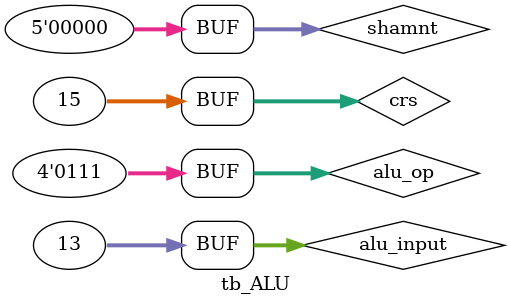
<source format=v>
`timescale 1ns / 1ps

module tb_ALU;

	// Inputs
	reg [31:0] crs;
	reg [31:0] alu_input;
	reg [4:0] shamnt;
	reg [3:0] alu_op;

	// Outputs
	wire zero;
	wire [31:0] alu_output;

	// Instantiate the Unit Under Test (UUT)
	ALU uut (
		.crs(crs), 
		.alu_input(alu_input), 
		.shamnt(shamnt), 
		.alu_op(alu_op), 
		.zero(zero), 
		.alu_output(alu_output)
	);

	initial begin
		// Initialize Inputs
		crs = 0;
		alu_input = 0;
		shamnt = 0;
		alu_op = 4'b0001;

		// Wait 100 ns for global reset to finish
		#100;
        
		// Add stimulus here
	end
	
	always 
	begin
		#100;
			alu_op = 4'b0000;
			crs = 32'b0001;
			alu_input = 32'b1001;
			shamnt = 5'b0;			
		#100;
			crs = 32'b0001;
			alu_input = 32'b1001;
			shamnt = 5'b00011;
			alu_op = 4'b0100;
		#100;
			crs = 32'b1111;
			alu_input = 32'b1111;
			shamnt = 5'b00000;
			alu_op = 4'b0110;
		#100;
			alu_op = 4'b0000;
		#100;
			crs = 32'b1111;
			alu_input = 32'b1101;
			shamnt = 5'b00000;
			alu_op = 4'b0111;
		#400;	
	end
     
endmodule


</source>
